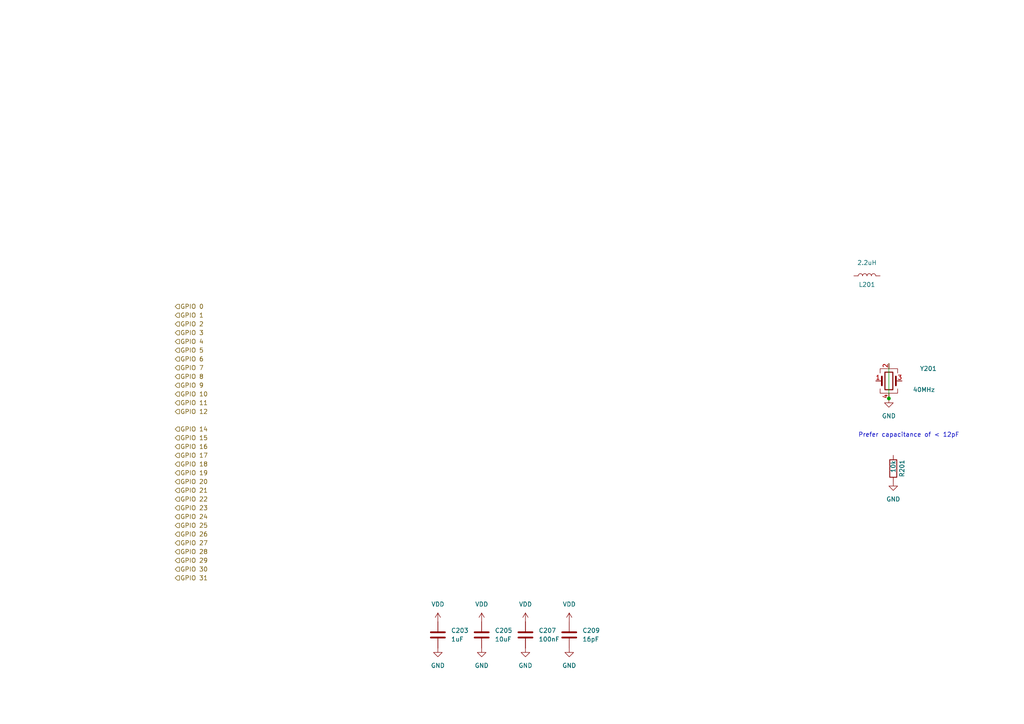
<source format=kicad_sch>
(kicad_sch (version 20211123) (generator eeschema)
  (paper "A4")
  (lib_symbols
    (symbol "Device:C" (pin_numbers hide) (pin_names (offset 0.254))
      (property "Reference" "C" (at 0.635 2.54 0))
      (property "Value" "C" (at 0.635 -2.54 0))
      (symbol "C_0_1"
        (polyline (pts (xy -2.032 -0.762) (xy 2.032 -0.762)) (stroke (width 0.508)))
        (polyline (pts (xy -2.032 0.762) (xy 2.032 0.762)) (stroke (width 0.508)))
      )
      (symbol "C_1_1"
        (pin passive line (at 0 3.81 270) (length 2.794) (name "~") (number "1"))
        (pin passive line (at 0 -3.81 90) (length 2.794) (name "~") (number "2"))
      )
    )
    (symbol "Device:Crystal_GND24" (pin_names (offset 1.016) hide)
      (property "Reference" "Y" (at 3.175 5.08 0))
      (property "Value" "Crystal_GND24" (at 3.175 3.175 0))
      (symbol "Crystal_GND24_0_1"
        (rectangle (start -1.143 2.54) (end 1.143 -2.54) (stroke (width 0.3048)))
        (polyline (pts (xy -2.54 0) (xy -2.032 0)))
        (polyline (pts (xy -2.032 -1.27) (xy -2.032 1.27)) (stroke (width 0.508)))
        (polyline (pts (xy 0 -3.81) (xy 0 -3.556)))
        (polyline (pts (xy 0 3.556) (xy 0 3.81)))
        (polyline (pts (xy 2.032 -1.27) (xy 2.032 1.27)) (stroke (width 0.508)))
        (polyline (pts (xy 2.032 0) (xy 2.54 0)))
        (polyline (pts (xy -2.54 -2.286) (xy -2.54 -3.556) (xy 2.54 -3.556) (xy 2.54 -2.286)))
        (polyline (pts (xy -2.54 2.286) (xy -2.54 3.556) (xy 2.54 3.556) (xy 2.54 2.286)))
      )
      (symbol "Crystal_GND24_1_1"
        (pin passive line (at -3.81 0 0) (length 1.27) (name "1") (number "1"))
        (pin passive line (at 0 5.08 270) (length 1.27) (name "2") (number "2"))
        (pin passive line (at 3.81 0 180) (length 1.27) (name "3") (number "3"))
        (pin passive line (at 0 -5.08 90) (length 1.27) (name "4") (number "4"))
      )
    )
    (symbol "Device:L" (pin_numbers hide) (pin_names (offset 1.016) hide)
      (property "Reference" "L" (at -1.27 0 90))
      (property "Value" "L" (at 1.905 0 90))
      (symbol "L_0_1"
        (arc (start 0 -2.54) (mid 0.635 -1.905) (end 0 -1.27))
        (arc (start 0 -1.27) (mid 0.635 -0.635) (end 0 0))
        (arc (start 0 0) (mid 0.635 0.635) (end 0 1.27))
        (arc (start 0 1.27) (mid 0.635 1.905) (end 0 2.54))
      )
      (symbol "L_1_1"
        (pin passive line (at 0 3.81 270) (length 1.27) (name "1") (number "1"))
        (pin passive line (at 0 -3.81 90) (length 1.27) (name "2") (number "2"))
      )
    )
    (symbol "Device:R" (pin_numbers hide) (pin_names (offset 0))
      (property "Reference" "R" (at 2.032 0 90))
      (property "Value" "R" (at 0 0 90))
      (symbol "R_0_1"
        (rectangle (start -1.016 -2.54) (end 1.016 2.54) (stroke (width 0.254)))
      )
      (symbol "R_1_1"
        (pin passive line (at 0 3.81 270) (length 1.27) (name "~") (number "1"))
        (pin passive line (at 0 -3.81 90) (length 1.27) (name "~") (number "2"))
      )
    )
    (symbol "power:GND" (power) (pin_names (offset 0))
      (property "Value" "GND" (at 0 -3.81 0))
      (symbol "GND_0_1"
        (polyline (pts (xy 0 0) (xy 0 -1.27) (xy 1.27 -1.27) (xy 0 -2.54) (xy -1.27 -1.27) (xy 0 -1.27)))
      )
      (symbol "GND_1_1"
        (pin power_in line (at 0 0 270) (length 0) hide (name "GND") (number "1"))
      )
    )
    (symbol "power:VDD" (power) (pin_names (offset 0))
      (property "Value" "VDD" (at 0 3.81 0))
      (symbol "VDD_0_1"
        (polyline (pts (xy -0.762 1.27) (xy 0 2.54)))
        (polyline (pts (xy 0 0) (xy 0 2.54)))
        (polyline (pts (xy 0 2.54) (xy 0.762 1.27)))
      )
      (symbol "VDD_1_1"
        (pin power_in line (at 0 0 90) (length 0) hide (name "VDD") (number "1"))
      )
    )
  )
  (junction (at 257.81 115.57))
  (wire (pts (xy 257.81 105.41) (xy 257.81 115.57)))
  (text "Prefer capacitance of < 12pF" (at 248.92 127 0) (effects (font (size 1.27 1.27)) (justify left bottom)))
  (hierarchical_label "GPIO 18" (shape input) (at 50.8 134.62 0))
  (hierarchical_label "GPIO 20" (shape input) (at 50.8 139.7 0))
  (hierarchical_label "GPIO 7" (shape input) (at 50.8 106.68 0))
  (hierarchical_label "GPIO 2" (shape input) (at 50.8 93.98 0))
  (hierarchical_label "GPIO 19" (shape input) (at 50.8 137.16 0))
  (hierarchical_label "GPIO 31" (shape input) (at 50.8 167.64 0))
  (hierarchical_label "GPIO 23" (shape input) (at 50.8 147.32 0))
  (hierarchical_label "GPIO 9" (shape input) (at 50.8 111.76 0))
  (hierarchical_label "GPIO 3" (shape input) (at 50.8 96.52 0))
  (hierarchical_label "GPIO 6" (shape input) (at 50.8 104.14 0))
  (hierarchical_label "GPIO 29" (shape input) (at 50.8 162.56 0))
  (hierarchical_label "GPIO 11" (shape input) (at 50.8 116.84 0))
  (hierarchical_label "GPIO 24" (shape input) (at 50.8 149.86 0))
  (hierarchical_label "GPIO 12" (shape input) (at 50.8 119.38 0))
  (hierarchical_label "GPIO 21" (shape input) (at 50.8 142.24 0))
  (hierarchical_label "GPIO 5" (shape input) (at 50.8 101.6 0))
  (hierarchical_label "GPIO 17" (shape input) (at 50.8 132.08 0))
  (hierarchical_label "GPIO 0" (shape input) (at 50.8 88.9 0))
  (hierarchical_label "GPIO 26" (shape input) (at 50.8 154.94 0))
  (hierarchical_label "GPIO 4" (shape input) (at 50.8 99.06 0))
  (hierarchical_label "GPIO 15" (shape input) (at 50.8 127 0))
  (hierarchical_label "GPIO 8" (shape input) (at 50.8 109.22 0))
  (hierarchical_label "GPIO 25" (shape input) (at 50.8 152.4 0))
  (hierarchical_label "GPIO 30" (shape input) (at 50.8 165.1 0))
  (hierarchical_label "GPIO 1" (shape input) (at 50.8 91.44 0))
  (hierarchical_label "GPIO 28" (shape input) (at 50.8 160.02 0))
  (hierarchical_label "GPIO 22" (shape input) (at 50.8 144.78 0))
  (hierarchical_label "GPIO 27" (shape input) (at 50.8 157.48 0))
  (hierarchical_label "GPIO 16" (shape input) (at 50.8 129.54 0))
  (hierarchical_label "GPIO 14" (shape input) (at 50.8 124.46 0))
  (hierarchical_label "GPIO 10" (shape input) (at 50.8 114.3 0))
  (symbol (lib_id "power:VDD") (at 139.7 180.34 0) (unit 1)
    (property "Reference" "#PWR0102" (effects hide))
    (property "Value" "VDD" (at 139.7 175.26 0))
  )
  (symbol (lib_id "Device:R") (at 259.08 135.89 0) (unit 1)
    (property "Reference" "R201" (at 261.62 138.43 90) (effects (justify left)))
    (property "Value" "10k" (at 259.08 137.16 90) (effects (justify left)))
    (property "Footprint" "Resistor_SMD:R_0603_1608Metric" (effects hide))
  )
  (symbol (lib_id "Device:L") (at 251.46 80.01 90) (unit 1)
    (property "Reference" "L201" (at 251.46 82.55 90))
    (property "Value" "2.2uH" (at 251.46 76.2 90))
  )
  (symbol (lib_id "Device:C") (at 127 184.15 0) (unit 1)
    (property "Reference" "C203" (at 130.81 182.8799 0) (effects (justify left)))
    (property "Value" "1uF" (at 130.81 185.4199 0) (effects (justify left)))
    (property "Footprint" "Capacitor_SMD:C_0603_1608Metric" (effects hide))
  )
  (symbol (lib_id "power:GND") (at 165.1 187.96 0) (unit 1)
    (property "Reference" "#PWR0105" (effects hide))
    (property "Value" "GND" (at 165.1 193.04 0))
  )
  (symbol (lib_id "Device:C") (at 139.7 184.15 0) (unit 1)
    (property "Reference" "C205" (at 143.51 182.8799 0) (effects (justify left)))
    (property "Value" "10uF" (at 143.51 185.4199 0) (effects (justify left)))
    (property "Footprint" "Capacitor_SMD:C_0603_1608Metric" (effects hide))
  )
  (symbol (lib_id "power:GND") (at 139.7 187.96 0) (unit 1)
    (property "Reference" "#PWR0103" (effects hide))
    (property "Value" "GND" (at 139.7 193.04 0))
  )
  (symbol (lib_id "power:GND") (at 257.81 115.57 0) (unit 1)
    (property "Reference" "#PWR0115" (effects hide))
    (property "Value" "GND" (at 257.81 120.65 0))
  )
  (symbol (lib_id "power:GND") (at 259.08 139.7 0) (unit 1)
    (property "Reference" "#PWR0119" (effects hide))
    (property "Value" "GND" (at 259.08 144.78 0))
  )
  (symbol (lib_id "power:GND") (at 152.4 187.96 0) (unit 1)
    (property "Reference" "#PWR0107" (effects hide))
    (property "Value" "GND" (at 152.4 193.04 0))
  )
  (symbol (lib_id "power:VDD") (at 165.1 180.34 0) (unit 1)
    (property "Reference" "#PWR0106" (effects hide))
    (property "Value" "VDD" (at 165.1 175.26 0))
  )
  (symbol (lib_id "Device:C") (at 152.4 184.15 0) (unit 1)
    (property "Reference" "C207" (at 156.21 182.8799 0) (effects (justify left)))
    (property "Value" "100nF" (at 156.21 185.4199 0) (effects (justify left)))
    (property "Footprint" "Capacitor_SMD:C_0603_1608Metric" (effects hide))
  )
  (symbol (lib_id "power:VDD") (at 152.4 180.34 0) (unit 1)
    (property "Reference" "#PWR0104" (effects hide))
    (property "Value" "VDD" (at 152.4 175.26 0))
  )
  (symbol (lib_id "power:GND") (at 127 187.96 0) (unit 1)
    (property "Reference" "#PWR0101" (effects hide))
    (property "Value" "GND" (at 127 193.04 0))
  )
  (symbol (lib_id "Device:Crystal_GND24") (at 257.81 110.49 0) (unit 1)
    (property "Reference" "Y201" (at 269.24 106.9086 0))
    (property "Value" "40MHz" (at 267.97 113.03 0))
  )
  (symbol (lib_id "Device:C") (at 165.1 184.15 0) (unit 1)
    (property "Reference" "C209" (at 168.91 182.8799 0) (effects (justify left)))
    (property "Value" "16pF" (at 168.91 185.4199 0) (effects (justify left)))
    (property "Footprint" "Capacitor_SMD:C_0603_1608Metric" (effects hide))
  )
  (symbol (lib_id "power:VDD") (at 127 180.34 0) (unit 1)
    (property "Reference" "#PWR0108" (effects hide))
    (property "Value" "VDD" (at 127 175.26 0))
  )
)
</source>
